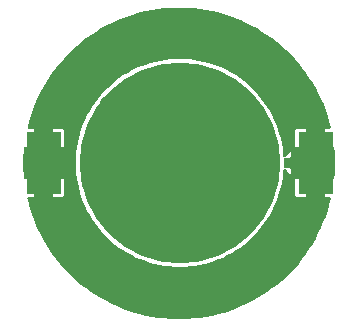
<source format=gbl>
G04 Layer: BottomLayer*
G04 EasyEDA v6.5.34, 2023-08-30 20:05:19*
G04 d9d8768bc7e54bd19914c32b40fdea81,ed70181f279245e6aff80281ee7dc86a,10*
G04 Gerber Generator version 0.2*
G04 Scale: 100 percent, Rotated: No, Reflected: No *
G04 Dimensions in millimeters *
G04 leading zeros omitted , absolute positions ,4 integer and 5 decimal *
%FSLAX45Y45*%
%MOMM*%

%AMMACRO1*21,1,$1,$2,0,0,$3*%
%ADD10C,0.5000*%
%ADD11C,17.0000*%
%ADD12MACRO1,5.2X2.9X-90.0000*%
%ADD13C,1.5240*%

%LPD*%
G36*
X5025390Y3680714D02*
G01*
X4974183Y3680764D01*
X4923078Y3682746D01*
X4872075Y3686708D01*
X4821224Y3692651D01*
X4770678Y3700576D01*
X4720437Y3710432D01*
X4670653Y3722268D01*
X4621377Y3735984D01*
X4572660Y3751630D01*
X4524552Y3769106D01*
X4477207Y3788460D01*
X4430623Y3809644D01*
X4384852Y3832656D01*
X4340047Y3857396D01*
X4296257Y3883812D01*
X4253534Y3911955D01*
X4211878Y3941724D01*
X4171442Y3973068D01*
X4132224Y4005986D01*
X4094378Y4040378D01*
X4057802Y4076192D01*
X4022699Y4113428D01*
X3989070Y4151985D01*
X3956964Y4191812D01*
X3926382Y4232859D01*
X3897477Y4275074D01*
X3870198Y4318355D01*
X3844594Y4362704D01*
X3820769Y4407966D01*
X3798671Y4454144D01*
X3778402Y4501134D01*
X3760012Y4548886D01*
X3743451Y4597298D01*
X3728770Y4646320D01*
X3716020Y4695901D01*
X3714902Y4700981D01*
X3714953Y4705451D01*
X3716934Y4709515D01*
X3720439Y4712309D01*
X3724859Y4713274D01*
X3773932Y4713274D01*
X3773932Y4867452D01*
X3696614Y4867452D01*
X3692956Y4868113D01*
X3689807Y4870094D01*
X3687521Y4873040D01*
X3686505Y4876647D01*
X3684422Y4897932D01*
X3681476Y4949037D01*
X3680510Y5000193D01*
X3681476Y5051348D01*
X3684473Y5102453D01*
X3687267Y5130952D01*
X3688283Y5134559D01*
X3690518Y5137505D01*
X3693718Y5139486D01*
X3697376Y5140147D01*
X3773932Y5140147D01*
X3773932Y5294325D01*
X3726586Y5294325D01*
X3722979Y5294985D01*
X3719829Y5296916D01*
X3717594Y5299811D01*
X3716477Y5303316D01*
X3716782Y5307025D01*
X3728872Y5354015D01*
X3743553Y5403037D01*
X3760114Y5451449D01*
X3778554Y5499201D01*
X3798874Y5546191D01*
X3820922Y5592368D01*
X3844798Y5637631D01*
X3870401Y5681929D01*
X3897680Y5725210D01*
X3926636Y5767425D01*
X3957167Y5808472D01*
X3989324Y5848299D01*
X4022953Y5886856D01*
X4058107Y5924042D01*
X4094632Y5959906D01*
X4132529Y5994298D01*
X4171746Y6027166D01*
X4212183Y6058509D01*
X4253839Y6088278D01*
X4296613Y6116370D01*
X4340402Y6142786D01*
X4385208Y6167526D01*
X4430979Y6190488D01*
X4477562Y6211671D01*
X4524908Y6230975D01*
X4573016Y6248501D01*
X4621733Y6264097D01*
X4671060Y6277813D01*
X4720844Y6289598D01*
X4771034Y6299454D01*
X4821631Y6307378D01*
X4872431Y6313322D01*
X4923485Y6317284D01*
X4974590Y6319266D01*
X5025796Y6319215D01*
X5076901Y6317234D01*
X5127904Y6313271D01*
X5178755Y6307328D01*
X5229301Y6299403D01*
X5279542Y6289548D01*
X5329326Y6277711D01*
X5378602Y6263995D01*
X5427319Y6248349D01*
X5475427Y6230874D01*
X5522772Y6211468D01*
X5569356Y6190335D01*
X5615127Y6167323D01*
X5659932Y6142583D01*
X5703722Y6116167D01*
X5746445Y6088024D01*
X5788101Y6058255D01*
X5828538Y6026912D01*
X5867755Y5993993D01*
X5905601Y5959602D01*
X5942177Y5923788D01*
X5977280Y5886551D01*
X6010910Y5847994D01*
X6043015Y5808167D01*
X6073597Y5767120D01*
X6102502Y5724906D01*
X6129782Y5681624D01*
X6155385Y5637276D01*
X6179210Y5592013D01*
X6201308Y5545836D01*
X6221577Y5498846D01*
X6239967Y5451094D01*
X6256528Y5402681D01*
X6271209Y5353659D01*
X6283198Y5307025D01*
X6283502Y5303316D01*
X6282385Y5299811D01*
X6280150Y5296916D01*
X6277000Y5294985D01*
X6273393Y5294325D01*
X6233668Y5294325D01*
X6233668Y5140147D01*
X6302603Y5140147D01*
X6306261Y5139486D01*
X6309461Y5137505D01*
X6311696Y5134559D01*
X6312712Y5130952D01*
X6315557Y5102047D01*
X6318504Y5050942D01*
X6319469Y4999786D01*
X6318504Y4948631D01*
X6315506Y4897526D01*
X6313474Y4876647D01*
X6312458Y4873040D01*
X6310172Y4870094D01*
X6307023Y4868113D01*
X6303365Y4867452D01*
X6233668Y4867452D01*
X6233668Y4713274D01*
X6275120Y4713274D01*
X6279540Y4712309D01*
X6283045Y4709515D01*
X6285026Y4705451D01*
X6285077Y4700981D01*
X6283858Y4695494D01*
X6271107Y4645964D01*
X6256426Y4596942D01*
X6239865Y4548530D01*
X6221425Y4500778D01*
X6201105Y4453788D01*
X6179058Y4407611D01*
X6155182Y4362348D01*
X6129578Y4318050D01*
X6102299Y4274769D01*
X6073343Y4232554D01*
X6042812Y4191508D01*
X6010656Y4151680D01*
X5977026Y4113123D01*
X5941872Y4075937D01*
X5905347Y4040073D01*
X5867450Y4005681D01*
X5828233Y3972814D01*
X5787796Y3941470D01*
X5746140Y3911701D01*
X5703366Y3883609D01*
X5659577Y3857193D01*
X5614771Y3832453D01*
X5569000Y3809492D01*
X5522417Y3788308D01*
X5475071Y3769004D01*
X5426964Y3751478D01*
X5378246Y3735882D01*
X5328920Y3722166D01*
X5279136Y3710381D01*
X5228945Y3700526D01*
X5178348Y3692601D01*
X5127548Y3686657D01*
X5076494Y3682695D01*
G37*

%LPC*%
G36*
X5003800Y4123283D02*
G01*
X5045710Y4124299D01*
X5087518Y4127296D01*
X5129123Y4132275D01*
X5170424Y4139184D01*
X5211368Y4148124D01*
X5251856Y4158945D01*
X5291785Y4171746D01*
X5331053Y4186377D01*
X5369560Y4202887D01*
X5407253Y4221175D01*
X5444032Y4241241D01*
X5479846Y4263085D01*
X5514543Y4286554D01*
X5548071Y4311700D01*
X5580430Y4338370D01*
X5611418Y4366564D01*
X5641035Y4396181D01*
X5669229Y4427169D01*
X5695899Y4459528D01*
X5721045Y4493056D01*
X5744514Y4527753D01*
X5766358Y4563567D01*
X5786424Y4600346D01*
X5804712Y4638040D01*
X5821222Y4676546D01*
X5835853Y4715814D01*
X5848654Y4755743D01*
X5859475Y4796231D01*
X5868416Y4837176D01*
X5875324Y4878476D01*
X5880303Y4920081D01*
X5882284Y4947666D01*
X5883554Y4951831D01*
X5886450Y4955133D01*
X5890463Y4956911D01*
X5894832Y4956810D01*
X5898794Y4954828D01*
X5901994Y4950460D01*
X5909767Y4938877D01*
X5918962Y4928362D01*
X5929477Y4919167D01*
X5941060Y4911394D01*
X5949950Y4907026D01*
X5949950Y4959350D01*
X5893663Y4959350D01*
X5889701Y4960162D01*
X5886399Y4962398D01*
X5884214Y4965801D01*
X5883503Y4969764D01*
X5884316Y5003800D01*
X5883503Y5037836D01*
X5884214Y5041798D01*
X5886399Y5045202D01*
X5889701Y5047437D01*
X5893663Y5048250D01*
X5949950Y5048250D01*
X5949950Y5100574D01*
X5941060Y5096205D01*
X5929477Y5088432D01*
X5918962Y5079238D01*
X5909767Y5068722D01*
X5901994Y5057140D01*
X5898794Y5052771D01*
X5894832Y5050790D01*
X5890463Y5050688D01*
X5886450Y5052466D01*
X5883554Y5055768D01*
X5882284Y5059934D01*
X5880303Y5087518D01*
X5875324Y5129123D01*
X5868416Y5170424D01*
X5859475Y5211368D01*
X5848654Y5251856D01*
X5835853Y5291785D01*
X5821222Y5331053D01*
X5804712Y5369560D01*
X5786424Y5407253D01*
X5766358Y5444032D01*
X5744514Y5479846D01*
X5721045Y5514543D01*
X5695899Y5548071D01*
X5669229Y5580430D01*
X5641035Y5611418D01*
X5611418Y5641035D01*
X5580430Y5669229D01*
X5548071Y5695899D01*
X5514543Y5721045D01*
X5479846Y5744514D01*
X5444032Y5766358D01*
X5407253Y5786424D01*
X5369560Y5804712D01*
X5331053Y5821222D01*
X5291785Y5835853D01*
X5251856Y5848654D01*
X5211368Y5859475D01*
X5170424Y5868416D01*
X5129123Y5875324D01*
X5087518Y5880303D01*
X5045710Y5883300D01*
X5003800Y5884316D01*
X4961890Y5883300D01*
X4920081Y5880303D01*
X4878476Y5875324D01*
X4837176Y5868416D01*
X4796231Y5859475D01*
X4755743Y5848654D01*
X4715814Y5835853D01*
X4676546Y5821222D01*
X4638040Y5804712D01*
X4600346Y5786424D01*
X4563567Y5766358D01*
X4527753Y5744514D01*
X4493056Y5721045D01*
X4459528Y5695899D01*
X4427169Y5669229D01*
X4396181Y5641035D01*
X4366564Y5611418D01*
X4339539Y5581700D01*
X4331462Y5574538D01*
X4322267Y5564022D01*
X4311802Y5548274D01*
X4286554Y5514543D01*
X4263085Y5479846D01*
X4241241Y5444032D01*
X4221175Y5407253D01*
X4202887Y5369560D01*
X4186377Y5331053D01*
X4171746Y5291785D01*
X4158945Y5251856D01*
X4148124Y5211368D01*
X4139184Y5170424D01*
X4132275Y5129123D01*
X4127296Y5087518D01*
X4124299Y5045710D01*
X4123283Y5003800D01*
X4124299Y4961890D01*
X4127296Y4920081D01*
X4132275Y4878476D01*
X4139184Y4837176D01*
X4148124Y4796231D01*
X4158945Y4755743D01*
X4171746Y4715814D01*
X4186377Y4676546D01*
X4202887Y4638040D01*
X4221175Y4600346D01*
X4241241Y4563567D01*
X4263085Y4527753D01*
X4286554Y4493056D01*
X4311700Y4459528D01*
X4338370Y4427169D01*
X4366564Y4396181D01*
X4396181Y4366564D01*
X4427169Y4338370D01*
X4459528Y4311700D01*
X4493056Y4286554D01*
X4527753Y4263085D01*
X4563567Y4241241D01*
X4600346Y4221175D01*
X4638040Y4202887D01*
X4676546Y4186377D01*
X4715814Y4171746D01*
X4755743Y4158945D01*
X4796231Y4148124D01*
X4837176Y4139184D01*
X4878476Y4132275D01*
X4920081Y4127296D01*
X4961890Y4124299D01*
G37*
G36*
X6010300Y4713274D02*
G01*
X6075934Y4713274D01*
X6075934Y4867452D01*
X5979312Y4867452D01*
X5979312Y4744313D01*
X5979922Y4737862D01*
X5981649Y4732121D01*
X5984494Y4726889D01*
X5988253Y4722266D01*
X5992876Y4718456D01*
X5998159Y4715662D01*
X6003848Y4713935D01*
G37*
G36*
X3931665Y4713274D02*
G01*
X3997299Y4713274D01*
X4003751Y4713935D01*
X4009440Y4715662D01*
X4014724Y4718456D01*
X4019346Y4722266D01*
X4023106Y4726889D01*
X4025950Y4732121D01*
X4027678Y4737862D01*
X4028287Y4744313D01*
X4028287Y4867452D01*
X3931665Y4867452D01*
G37*
G36*
X3931665Y5140147D02*
G01*
X4028287Y5140147D01*
X4028287Y5263286D01*
X4027678Y5269738D01*
X4025950Y5275478D01*
X4023106Y5280710D01*
X4019346Y5285333D01*
X4014724Y5289143D01*
X4009440Y5291937D01*
X4003751Y5293664D01*
X3997299Y5294325D01*
X3931665Y5294325D01*
G37*
G36*
X5979312Y5140147D02*
G01*
X6075934Y5140147D01*
X6075934Y5294325D01*
X6010300Y5294325D01*
X6003848Y5293664D01*
X5998159Y5291937D01*
X5992876Y5289143D01*
X5988253Y5285333D01*
X5984494Y5280710D01*
X5981649Y5275478D01*
X5979922Y5269738D01*
X5979312Y5263286D01*
G37*

%LPD*%
D10*
X6154798Y4991100D02*
G01*
X5994400Y4991100D01*
X5994400Y5003800D01*
D11*
G01*
X5003800Y5003800D03*
D12*
G01*
X3852798Y5003800D03*
G01*
X6154801Y5003800D03*
D13*
G01*
X5689600Y5003800D03*
G01*
X5994400Y5003800D03*
G01*
X4406900Y5499100D03*
G01*
X4254500Y4826000D03*
G01*
X5016500Y4991100D03*
M02*

</source>
